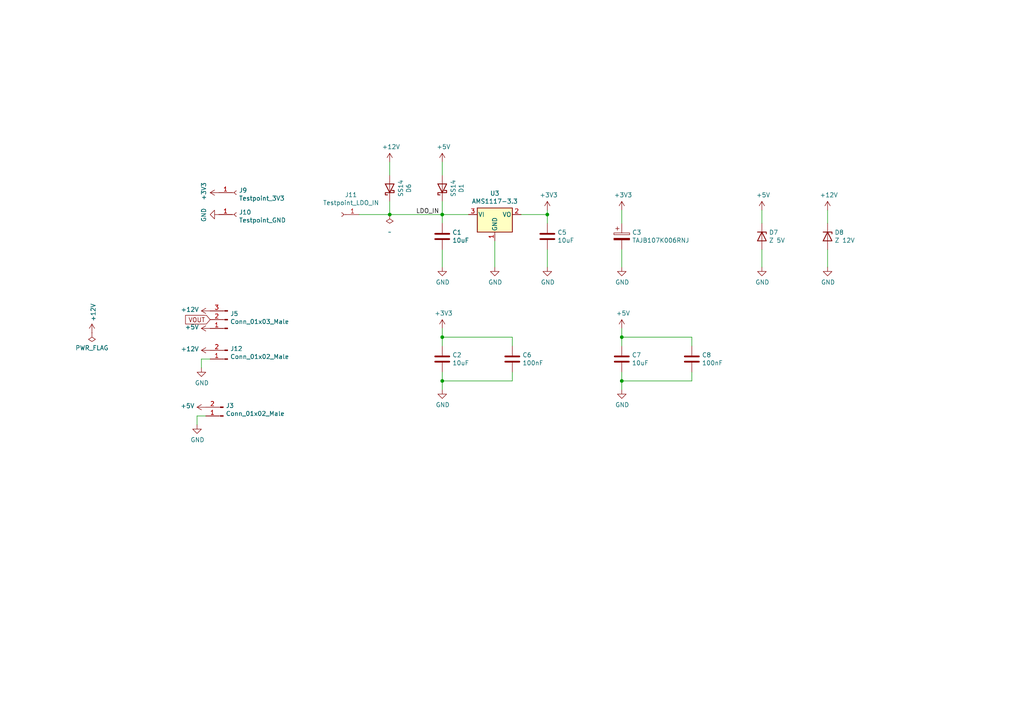
<source format=kicad_sch>
(kicad_sch (version 20211123) (generator eeschema)
  (paper "A4")
  (lib_symbols
    (symbol "Connector:Conn_01x01_Female" (pin_names (offset 1.016) hide)
      (property "Reference" "J" (at 0 2.54 0))
      (property "Value" "Conn_01x01_Female" (at 0 -2.54 0))
      (symbol "Conn_01x01_Female_1_1"
        (polyline (pts (xy -1.27 0) (xy -0.508 0)) (stroke (width 0.1524)))
        (arc (start 0 0.508) (mid -0.508 0) (end 0 -0.508) (stroke (width 0.1524)))
        (pin passive line (at -5.08 0 0) (length 3.81) (name "Pin_1") (number "1"))
      )
    )
    (symbol "Connector:Conn_01x02_Male" (pin_names (offset 1.016) hide)
      (property "Reference" "J" (at 0 2.54 0))
      (property "Value" "Conn_01x02_Male" (at 0 -5.08 0))
      (symbol "Conn_01x02_Male_1_1"
        (polyline (pts (xy 1.27 -2.54) (xy 0.8636 -2.54)) (stroke (width 0.1524)))
        (polyline (pts (xy 1.27 0) (xy 0.8636 0)) (stroke (width 0.1524)))
        (rectangle (start 0.8636 -2.413) (end 0 -2.667) (stroke (width 0.1524)) (fill (type outline)))
        (rectangle (start 0.8636 0.127) (end 0 -0.127) (stroke (width 0.1524)) (fill (type outline)))
        (pin passive line (at 5.08 0 180) (length 3.81) (name "Pin_1") (number "1"))
        (pin passive line (at 5.08 -2.54 180) (length 3.81) (name "Pin_2") (number "2"))
      )
    )
    (symbol "Connector:Conn_01x03_Male" (pin_names (offset 1.016) hide)
      (property "Reference" "J" (at 0 5.08 0))
      (property "Value" "Conn_01x03_Male" (at 0 -5.08 0))
      (symbol "Conn_01x03_Male_1_1"
        (polyline (pts (xy 1.27 -2.54) (xy 0.8636 -2.54)) (stroke (width 0.1524)))
        (polyline (pts (xy 1.27 0) (xy 0.8636 0)) (stroke (width 0.1524)))
        (polyline (pts (xy 1.27 2.54) (xy 0.8636 2.54)) (stroke (width 0.1524)))
        (rectangle (start 0.8636 -2.413) (end 0 -2.667) (stroke (width 0.1524)) (fill (type outline)))
        (rectangle (start 0.8636 0.127) (end 0 -0.127) (stroke (width 0.1524)) (fill (type outline)))
        (rectangle (start 0.8636 2.667) (end 0 2.413) (stroke (width 0.1524)) (fill (type outline)))
        (pin passive line (at 5.08 2.54 180) (length 3.81) (name "Pin_1") (number "1"))
        (pin passive line (at 5.08 0 180) (length 3.81) (name "Pin_2") (number "2"))
        (pin passive line (at 5.08 -2.54 180) (length 3.81) (name "Pin_3") (number "3"))
      )
    )
    (symbol "Device:C" (pin_numbers hide) (pin_names (offset 0.254))
      (property "Reference" "C" (at 0.635 2.54 0))
      (property "Value" "C" (at 0.635 -2.54 0))
      (symbol "C_0_1"
        (polyline (pts (xy -2.032 -0.762) (xy 2.032 -0.762)) (stroke (width 0.508)))
        (polyline (pts (xy -2.032 0.762) (xy 2.032 0.762)) (stroke (width 0.508)))
      )
      (symbol "C_1_1"
        (pin passive line (at 0 3.81 270) (length 2.794) (name "~") (number "1"))
        (pin passive line (at 0 -3.81 90) (length 2.794) (name "~") (number "2"))
      )
    )
    (symbol "Device:CP" (pin_numbers hide) (pin_names (offset 0.254))
      (property "Reference" "C" (at 0.635 2.54 0))
      (property "Value" "Device_CP" (at 0.635 -2.54 0))
      (symbol "CP_0_1"
        (rectangle (start -2.286 0.508) (end 2.286 1.016))
        (polyline (pts (xy -1.778 2.286) (xy -0.762 2.286)))
        (polyline (pts (xy -1.27 2.794) (xy -1.27 1.778)))
        (rectangle (start 2.286 -0.508) (end -2.286 -1.016) (fill (type outline)))
      )
      (symbol "CP_1_1"
        (pin passive line (at 0 3.81 270) (length 2.794) (name "~") (number "1"))
        (pin passive line (at 0 -3.81 90) (length 2.794) (name "~") (number "2"))
      )
    )
    (symbol "Device:D_Schottky" (pin_numbers hide) (pin_names (offset 1.016) hide)
      (property "Reference" "D" (at 0 2.54 0))
      (property "Value" "D_Schottky" (at 0 -2.54 0))
      (symbol "D_Schottky_0_1"
        (polyline (pts (xy 1.27 0) (xy -1.27 0)))
        (polyline (pts (xy 1.27 1.27) (xy 1.27 -1.27) (xy -1.27 0) (xy 1.27 1.27)) (stroke (width 0.254)))
        (polyline (pts (xy -1.905 0.635) (xy -1.905 1.27) (xy -1.27 1.27) (xy -1.27 -1.27) (xy -0.635 -1.27) (xy -0.635 -0.635)) (stroke (width 0.254)))
      )
      (symbol "D_Schottky_1_1"
        (pin passive line (at -3.81 0 0) (length 2.54) (name "K") (number "1"))
        (pin passive line (at 3.81 0 180) (length 2.54) (name "A") (number "2"))
      )
    )
    (symbol "Device:D_Zener" (pin_numbers hide) (pin_names (offset 1.016) hide)
      (property "Reference" "D" (at 0 2.54 0))
      (property "Value" "D_Zener" (at 0 -2.54 0))
      (symbol "D_Zener_0_1"
        (polyline (pts (xy 1.27 0) (xy -1.27 0)))
        (polyline (pts (xy -1.27 -1.27) (xy -1.27 1.27) (xy -0.762 1.27)) (stroke (width 0.254)))
        (polyline (pts (xy 1.27 -1.27) (xy 1.27 1.27) (xy -1.27 0) (xy 1.27 -1.27)) (stroke (width 0.254)))
      )
      (symbol "D_Zener_1_1"
        (pin passive line (at -3.81 0 0) (length 2.54) (name "K") (number "1"))
        (pin passive line (at 3.81 0 180) (length 2.54) (name "A") (number "2"))
      )
    )
    (symbol "Regulator_Linear:AMS1117-3.3" (pin_names (offset 0.254))
      (property "Reference" "U" (at -3.81 3.175 0))
      (property "Value" "AMS1117-3.3" (at 0 3.175 0))
      (symbol "AMS1117-3.3_0_1"
        (rectangle (start -5.08 -5.08) (end 5.08 1.905) (stroke (width 0.254)) (fill (type background)))
      )
      (symbol "AMS1117-3.3_1_1"
        (pin power_in line (at 0 -7.62 90) (length 2.54) (name "GND") (number "1"))
        (pin power_out line (at 7.62 0 180) (length 2.54) (name "VO") (number "2"))
        (pin power_in line (at -7.62 0 0) (length 2.54) (name "VI") (number "3"))
      )
    )
    (symbol "power:+12V" (power) (pin_names (offset 0))
      (property "Value" "+12V" (at 0 3.556 0))
      (symbol "+12V_0_1"
        (polyline (pts (xy -0.762 1.27) (xy 0 2.54)))
        (polyline (pts (xy 0 0) (xy 0 2.54)))
        (polyline (pts (xy 0 2.54) (xy 0.762 1.27)))
      )
      (symbol "+12V_1_1"
        (pin power_in line (at 0 0 90) (length 0) hide (name "+12V") (number "1"))
      )
    )
    (symbol "power:+3.3V" (power) (pin_names (offset 0))
      (property "Value" "+3.3V" (at 0 3.556 0))
      (symbol "+3.3V_0_1"
        (polyline (pts (xy -0.762 1.27) (xy 0 2.54)))
        (polyline (pts (xy 0 0) (xy 0 2.54)))
        (polyline (pts (xy 0 2.54) (xy 0.762 1.27)))
      )
      (symbol "+3.3V_1_1"
        (pin power_in line (at 0 0 90) (length 0) hide (name "+3V3") (number "1"))
      )
    )
    (symbol "power:+5V" (power) (pin_names (offset 0))
      (property "Value" "+5V" (at 0 3.556 0))
      (symbol "+5V_0_1"
        (polyline (pts (xy -0.762 1.27) (xy 0 2.54)))
        (polyline (pts (xy 0 0) (xy 0 2.54)))
        (polyline (pts (xy 0 2.54) (xy 0.762 1.27)))
      )
      (symbol "+5V_1_1"
        (pin power_in line (at 0 0 90) (length 0) hide (name "+5V") (number "1"))
      )
    )
    (symbol "power:GND" (power) (pin_names (offset 0))
      (property "Value" "GND" (at 0 -3.81 0))
      (symbol "GND_0_1"
        (polyline (pts (xy 0 0) (xy 0 -1.27) (xy 1.27 -1.27) (xy 0 -2.54) (xy -1.27 -1.27) (xy 0 -1.27)))
      )
      (symbol "GND_1_1"
        (pin power_in line (at 0 0 270) (length 0) hide (name "GND") (number "1"))
      )
    )
    (symbol "power:PWR_FLAG" (power) (pin_numbers hide) (pin_names (offset 0) hide)
      (property "Value" "PWR_FLAG" (at 0 3.81 0))
      (symbol "PWR_FLAG_0_0"
        (pin power_out line (at 0 0 90) (length 0) (name "pwr") (number "1"))
      )
      (symbol "PWR_FLAG_0_1"
        (polyline (pts (xy 0 0) (xy 0 1.27) (xy -1.016 1.905) (xy 0 2.54) (xy 1.016 1.905) (xy 0 1.27)))
      )
    )
  )
  (junction (at 180.34 97.79))
  (junction (at 128.27 110.49))
  (junction (at 113.03 62.23))
  (junction (at 128.27 62.23))
  (junction (at 158.75 62.23))
  (junction (at 128.27 97.79))
  (junction (at 180.34 110.49))
  (wire (pts (xy 180.34 97.79) (xy 180.34 95.25)))
  (wire (pts (xy 128.27 110.49) (xy 128.27 107.95)))
  (wire (pts (xy 158.75 60.96) (xy 158.75 62.23)))
  (wire (pts (xy 200.66 97.79) (xy 180.34 97.79)))
  (wire (pts (xy 148.59 100.33) (xy 148.59 97.79)))
  (wire (pts (xy 143.51 69.85) (xy 143.51 77.47)))
  (wire (pts (xy 220.98 72.39) (xy 220.98 77.47)))
  (wire (pts (xy 60.96 104.14) (xy 58.42 104.14)))
  (wire (pts (xy 128.27 62.23) (xy 128.27 64.77)))
  (wire (pts (xy 128.27 58.42) (xy 128.27 62.23)))
  (wire (pts (xy 113.03 46.99) (xy 113.03 50.8)))
  (wire (pts (xy 128.27 113.03) (xy 128.27 110.49)))
  (wire (pts (xy 200.66 110.49) (xy 180.34 110.49)))
  (wire (pts (xy 148.59 107.95) (xy 148.59 110.49)))
  (wire (pts (xy 240.03 60.96) (xy 240.03 64.77)))
  (wire (pts (xy 128.27 97.79) (xy 128.27 95.25)))
  (wire (pts (xy 148.59 97.79) (xy 128.27 97.79)))
  (wire (pts (xy 220.98 60.96) (xy 220.98 64.77)))
  (wire (pts (xy 135.89 62.23) (xy 128.27 62.23)))
  (wire (pts (xy 59.69 120.65) (xy 57.15 120.65)))
  (wire (pts (xy 113.03 62.23) (xy 128.27 62.23)))
  (wire (pts (xy 158.75 62.23) (xy 158.75 64.77)))
  (wire (pts (xy 200.66 100.33) (xy 200.66 97.79)))
  (wire (pts (xy 180.34 77.47) (xy 180.34 72.39)))
  (wire (pts (xy 128.27 100.33) (xy 128.27 97.79)))
  (wire (pts (xy 148.59 110.49) (xy 128.27 110.49)))
  (wire (pts (xy 113.03 58.42) (xy 113.03 62.23)))
  (wire (pts (xy 240.03 72.39) (xy 240.03 77.47)))
  (wire (pts (xy 158.75 72.39) (xy 158.75 77.47)))
  (wire (pts (xy 57.15 120.65) (xy 57.15 123.19)))
  (wire (pts (xy 180.34 64.77) (xy 180.34 60.96)))
  (wire (pts (xy 128.27 46.99) (xy 128.27 50.8)))
  (wire (pts (xy 128.27 72.39) (xy 128.27 77.47)))
  (wire (pts (xy 180.34 110.49) (xy 180.34 107.95)))
  (wire (pts (xy 180.34 100.33) (xy 180.34 97.79)))
  (wire (pts (xy 151.13 62.23) (xy 158.75 62.23)))
  (wire (pts (xy 58.42 104.14) (xy 58.42 106.68)))
  (wire (pts (xy 180.34 113.03) (xy 180.34 110.49)))
  (wire (pts (xy 200.66 107.95) (xy 200.66 110.49)))
  (wire (pts (xy 104.14 62.23) (xy 113.03 62.23)))
  (label "LDO_IN" (at 120.65 62.23 0))
  (global_label "VOUT" (shape input) (at 60.96 92.71 180) (property "Referenzen zwischen Schaltplänen" "${INTERSHEET_REFS}" (effects hide)))
  (symbol (lib_id "Regulator_Linear:AMS1117-3.3") (at 143.51 62.23 0) (unit 1)
    (property "Reference" "U3" (at 143.51 56.0832 0))
    (property "Value" "AMS1117-3.3" (at 143.51 58.3946 0))
    (property "Footprint" "Package_TO_SOT_SMD:SOT-223-3_TabPin2" (effects hide))
    (property "Datasheet" "http://www.advanced-monolithic.com/pdf/ds1117.pdf" (effects hide))
    (property "LCSC" "C6186" (effects hide))
  )
  (symbol (lib_id "power:GND") (at 158.75 77.47 0) (unit 1)
    (property "Reference" "#PWR?" (effects hide))
    (property "Value" "GND" (at 158.877 81.8642 0))
  )
  (symbol (lib_id "power:GND") (at 143.51 77.47 0) (unit 1)
    (property "Reference" "#PWR?" (effects hide))
    (property "Value" "GND" (at 143.637 81.8642 0))
  )
  (symbol (lib_id "power:GND") (at 128.27 77.47 0) (unit 1)
    (property "Reference" "#PWR?" (effects hide))
    (property "Value" "GND" (at 128.397 81.8642 0))
  )
  (symbol (lib_id "power:+3.3V") (at 158.75 60.96 0) (unit 1)
    (property "Reference" "#PWR?" (effects hide))
    (property "Value" "+3.3V" (at 159.131 56.5658 0))
  )
  (symbol (lib_id "Device:D_Schottky") (at 128.27 54.61 90) (unit 1)
    (property "Reference" "D1" (at 133.7818 54.61 0))
    (property "Value" "SS14" (at 131.4704 54.61 0))
    (property "Footprint" "Diode_SMD:D_SMA" (effects hide))
    (property "LCSC" "C2480" (effects hide))
  )
  (symbol (lib_id "Device:C") (at 128.27 68.58 0) (unit 1)
    (property "Reference" "C1" (at 131.191 67.4116 0) (effects (justify left)))
    (property "Value" "10uF" (at 131.191 69.723 0) (effects (justify left)))
    (property "Footprint" "Capacitor_SMD:C_0805_2012Metric" (effects hide))
    (property "LCSC" "C15850" (effects hide))
  )
  (symbol (lib_id "power:+3.3V") (at 180.34 60.96 0) (unit 1)
    (property "Reference" "#PWR?" (effects hide))
    (property "Value" "+3.3V" (at 180.721 56.5658 0))
  )
  (symbol (lib_id "power:GND") (at 180.34 77.47 0) (unit 1)
    (property "Reference" "#PWR?" (effects hide))
    (property "Value" "GND" (at 180.467 81.8642 0))
  )
  (symbol (lib_id "Device:CP") (at 180.34 68.58 0) (unit 1)
    (property "Reference" "C3" (at 183.3372 67.4116 0) (effects (justify left)))
    (property "Value" "TAJB107K006RNJ" (at 183.3372 69.723 0) (effects (justify left)))
    (property "Footprint" "Capacitor_Tantalum_SMD:CP_EIA-3528-21_Kemet-B" (effects hide))
    (property "LCSC" "C16133" (effects hide))
  )
  (symbol (lib_id "Device:C") (at 148.59 104.14 0) (unit 1)
    (property "Reference" "C6" (at 151.511 102.9716 0) (effects (justify left)))
    (property "Value" "100nF" (at 151.511 105.283 0) (effects (justify left)))
    (property "Footprint" "Capacitor_SMD:C_0603_1608Metric" (effects hide))
    (property "LCSC" "C14663" (effects hide))
  )
  (symbol (lib_id "power:+3.3V") (at 128.27 95.25 0) (unit 1)
    (property "Reference" "#PWR?" (effects hide))
    (property "Value" "+3.3V" (at 128.651 90.8558 0))
  )
  (symbol (lib_id "power:GND") (at 128.27 113.03 0) (unit 1)
    (property "Reference" "#PWR?" (effects hide))
    (property "Value" "GND" (at 128.397 117.4242 0))
  )
  (symbol (lib_id "Device:C") (at 200.66 104.14 0) (unit 1)
    (property "Reference" "C8" (at 203.581 102.9716 0) (effects (justify left)))
    (property "Value" "100nF" (at 203.581 105.283 0) (effects (justify left)))
    (property "Footprint" "Capacitor_SMD:C_0603_1608Metric" (effects hide))
    (property "LCSC" "C14663" (effects hide))
  )
  (symbol (lib_id "power:GND") (at 180.34 113.03 0) (unit 1)
    (property "Reference" "#PWR?" (effects hide))
    (property "Value" "GND" (at 180.467 117.4242 0))
  )
  (symbol (lib_id "Device:D_Schottky") (at 113.03 54.61 90) (unit 1)
    (property "Reference" "D6" (at 118.5418 54.61 0))
    (property "Value" "SS14" (at 116.2304 54.61 0))
    (property "Footprint" "Diode_SMD:D_SMA" (effects hide))
    (property "LCSC" "C2480" (effects hide))
  )
  (symbol (lib_id "power:+12V") (at 113.03 46.99 0) (unit 1)
    (property "Reference" "#PWR?" (effects hide))
    (property "Value" "+12V" (at 113.411 42.5958 0))
  )
  (symbol (lib_id "power:+5V") (at 128.27 46.99 0) (unit 1)
    (property "Reference" "#PWR?" (effects hide))
    (property "Value" "+5V" (at 128.651 42.5958 0))
  )
  (symbol (lib_id "power:+5V") (at 180.34 95.25 0) (unit 1)
    (property "Reference" "#PWR?" (effects hide))
    (property "Value" "+5V" (at 180.721 90.8558 0))
  )
  (symbol (lib_id "Device:D_Zener") (at 220.98 68.58 270) (unit 1)
    (property "Reference" "D7" (at 223.012 67.4116 90) (effects (justify left)))
    (property "Value" "Z 5V" (at 223.012 69.723 90) (effects (justify left)))
    (property "Footprint" "Diode_SMD:D_MiniMELF" (effects hide))
    (property "LCSC" "-" (effects hide))
  )
  (symbol (lib_id "Device:D_Zener") (at 240.03 68.58 270) (unit 1)
    (property "Reference" "D8" (at 242.062 67.4116 90) (effects (justify left)))
    (property "Value" "Z 12V" (at 242.062 69.723 90) (effects (justify left)))
    (property "Footprint" "Diode_SMD:D_MiniMELF" (effects hide))
    (property "LCSC" "-" (effects hide))
  )
  (symbol (lib_id "power:+5V") (at 220.98 60.96 0) (unit 1)
    (property "Reference" "#PWR?" (effects hide))
    (property "Value" "+5V" (at 221.361 56.5658 0))
  )
  (symbol (lib_id "power:+12V") (at 240.03 60.96 0) (unit 1)
    (property "Reference" "#PWR?" (effects hide))
    (property "Value" "+12V" (at 240.411 56.5658 0))
  )
  (symbol (lib_id "power:GND") (at 220.98 77.47 0) (unit 1)
    (property "Reference" "#PWR?" (effects hide))
    (property "Value" "GND" (at 221.107 81.8642 0))
  )
  (symbol (lib_id "power:GND") (at 240.03 77.47 0) (unit 1)
    (property "Reference" "#PWR?" (effects hide))
    (property "Value" "GND" (at 240.157 81.8642 0))
  )
  (symbol (lib_id "power:GND") (at 58.42 106.68 0) (unit 1)
    (property "Reference" "#PWR?" (effects hide))
    (property "Value" "GND" (at 58.547 111.0742 0))
  )
  (symbol (lib_id "Connector:Conn_01x03_Male") (at 66.04 92.71 180) (unit 1)
    (property "Reference" "J5" (at 66.7512 90.9828 0) (effects (justify right)))
    (property "Value" "Conn_01x03_Male" (at 66.7512 93.2942 0) (effects (justify right)))
    (property "Footprint" "Connector_PinHeader_2.54mm:PinHeader_1x03_P2.54mm_Horizontal" (effects hide))
    (property "LCSC" "-" (effects hide))
  )
  (symbol (lib_id "Connector:Conn_01x02_Male") (at 66.04 104.14 180) (unit 1)
    (property "Reference" "J12" (at 66.7512 101.1428 0) (effects (justify right)))
    (property "Value" "Conn_01x02_Male" (at 66.7512 103.4542 0) (effects (justify right)))
    (property "Footprint" "TerminalBlock:TerminalBlock_bornier-2_P5.08mm" (effects hide))
    (property "LCSC" "-" (effects hide))
  )
  (symbol (lib_id "power:+12V") (at 60.96 101.6 90) (unit 1)
    (property "Reference" "#PWR?" (effects hide))
    (property "Value" "+12V" (at 57.7088 101.219 90) (effects (justify left)))
  )
  (symbol (lib_id "power:+12V") (at 60.96 90.17 90) (unit 1)
    (property "Reference" "#PWR?" (effects hide))
    (property "Value" "+12V" (at 57.7088 89.789 90) (effects (justify left)))
  )
  (symbol (lib_id "power:+5V") (at 60.96 95.25 90) (unit 1)
    (property "Reference" "#PWR?" (effects hide))
    (property "Value" "+5V" (at 57.7088 94.869 90) (effects (justify left)))
  )
  (symbol (lib_id "power:GND") (at 57.15 123.19 0) (unit 1)
    (property "Reference" "#PWR?" (effects hide))
    (property "Value" "GND" (at 57.277 127.5842 0))
  )
  (symbol (lib_id "Connector:Conn_01x02_Male") (at 64.77 120.65 180) (unit 1)
    (property "Reference" "J3" (at 65.4812 117.6528 0) (effects (justify right)))
    (property "Value" "Conn_01x02_Male" (at 65.4812 119.9642 0) (effects (justify right)))
    (property "Footprint" "TerminalBlock:TerminalBlock_bornier-2_P5.08mm" (effects hide))
    (property "LCSC" "-" (effects hide))
  )
  (symbol (lib_id "power:+5V") (at 59.69 118.11 90) (unit 1)
    (property "Reference" "#PWR?" (effects hide))
    (property "Value" "+5V" (at 56.4388 117.729 90) (effects (justify left)))
  )
  (symbol (lib_id "Connector:Conn_01x01_Female") (at 68.58 55.88 0) (unit 1)
    (property "Reference" "J9" (at 69.2912 55.2196 0) (effects (justify left)))
    (property "Value" "Testpoint_3V3" (at 69.2912 57.531 0) (effects (justify left)))
    (property "Footprint" "TestPoint:TestPoint_Pad_D2.0mm" (effects hide))
    (property "LCSC" "-" (effects hide))
  )
  (symbol (lib_id "power:+3.3V") (at 63.5 55.88 90) (unit 1)
    (property "Reference" "#PWR?" (effects hide))
    (property "Value" "+3.3V" (at 59.1058 55.499 0))
  )
  (symbol (lib_id "Connector:Conn_01x01_Female") (at 68.58 62.23 0) (unit 1)
    (property "Reference" "J10" (at 69.2912 61.5696 0) (effects (justify left)))
    (property "Value" "Testpoint_GND" (at 69.2912 63.881 0) (effects (justify left)))
    (property "Footprint" "TestPoint:TestPoint_Pad_D2.0mm" (effects hide))
    (property "LCSC" "-" (effects hide))
  )
  (symbol (lib_id "power:GND") (at 63.5 62.23 270) (unit 1)
    (property "Reference" "#PWR?" (effects hide))
    (property "Value" "GND" (at 59.1058 62.357 0))
  )
  (symbol (lib_id "Connector:Conn_01x01_Female") (at 99.06 62.23 180) (unit 1)
    (property "Reference" "J11" (at 101.8032 56.515 0))
    (property "Value" "Testpoint_LDO_IN" (at 101.8032 58.8264 0))
    (property "Footprint" "TestPoint:TestPoint_Pad_D2.0mm" (effects hide))
    (property "LCSC" "-" (effects hide))
  )
  (symbol (lib_id "Device:C") (at 158.75 68.58 0) (unit 1)
    (property "Reference" "C5" (at 161.671 67.4116 0) (effects (justify left)))
    (property "Value" "10uF" (at 161.671 69.723 0) (effects (justify left)))
    (property "Footprint" "Capacitor_SMD:C_0805_2012Metric" (effects hide))
    (property "LCSC" "C15850" (effects hide))
  )
  (symbol (lib_id "Device:C") (at 128.27 104.14 0) (unit 1)
    (property "Reference" "C2" (at 131.191 102.9716 0) (effects (justify left)))
    (property "Value" "10uF" (at 131.191 105.283 0) (effects (justify left)))
    (property "Footprint" "Capacitor_SMD:C_0805_2012Metric" (effects hide))
    (property "LCSC" "C15850" (effects hide))
  )
  (symbol (lib_id "Device:C") (at 180.34 104.14 0) (unit 1)
    (property "Reference" "C7" (at 183.261 102.9716 0) (effects (justify left)))
    (property "Value" "10uF" (at 183.261 105.283 0) (effects (justify left)))
    (property "Footprint" "Capacitor_SMD:C_0805_2012Metric" (effects hide))
    (property "LCSC" "C15850" (effects hide))
  )
  (symbol (lib_id "power:PWR_FLAG") (at 26.67 96.52 180) (unit 1)
    (property "Reference" "#FLG?" (effects hide))
    (property "Value" "PWR_FLAG" (at 26.67 100.9142 0))
  )
  (symbol (lib_id "power:+12V") (at 26.67 96.52 0) (unit 1)
    (property "Reference" "#PWR?" (effects hide))
    (property "Value" "+12V" (at 27.051 93.2688 90) (effects (justify left)))
  )
  (symbol (lib_id "power:PWR_FLAG") (at 113.03 62.23 180) (unit 1)
    (property "Reference" "#FLG?" (effects hide))
  )
)
</source>
